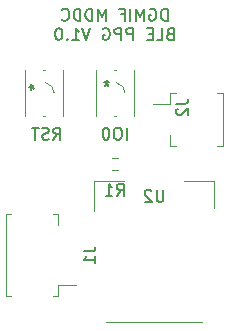
<source format=gbo>
G04 #@! TF.GenerationSoftware,KiCad,Pcbnew,(5.1.10)-1*
G04 #@! TF.CreationDate,2021-06-29T14:50:17+09:00*
G04 #@! TF.ProjectId,ble_spo2_dgmif,626c655f-7370-46f3-925f-64676d69662e,rev?*
G04 #@! TF.SameCoordinates,Original*
G04 #@! TF.FileFunction,Legend,Bot*
G04 #@! TF.FilePolarity,Positive*
%FSLAX46Y46*%
G04 Gerber Fmt 4.6, Leading zero omitted, Abs format (unit mm)*
G04 Created by KiCad (PCBNEW (5.1.10)-1) date 2021-06-29 14:50:17*
%MOMM*%
%LPD*%
G01*
G04 APERTURE LIST*
%ADD10C,0.150000*%
%ADD11C,0.120000*%
G04 APERTURE END LIST*
D10*
X111000000Y-133952380D02*
X111000000Y-132952380D01*
X110333333Y-132952380D02*
X110142857Y-132952380D01*
X110047619Y-133000000D01*
X109952380Y-133095238D01*
X109904761Y-133285714D01*
X109904761Y-133619047D01*
X109952380Y-133809523D01*
X110047619Y-133904761D01*
X110142857Y-133952380D01*
X110333333Y-133952380D01*
X110428571Y-133904761D01*
X110523809Y-133809523D01*
X110571428Y-133619047D01*
X110571428Y-133285714D01*
X110523809Y-133095238D01*
X110428571Y-133000000D01*
X110333333Y-132952380D01*
X109285714Y-132952380D02*
X109190476Y-132952380D01*
X109095238Y-133000000D01*
X109047619Y-133047619D01*
X109000000Y-133142857D01*
X108952380Y-133333333D01*
X108952380Y-133571428D01*
X109000000Y-133761904D01*
X109047619Y-133857142D01*
X109095238Y-133904761D01*
X109190476Y-133952380D01*
X109285714Y-133952380D01*
X109380952Y-133904761D01*
X109428571Y-133857142D01*
X109476190Y-133761904D01*
X109523809Y-133571428D01*
X109523809Y-133333333D01*
X109476190Y-133142857D01*
X109428571Y-133047619D01*
X109380952Y-133000000D01*
X109285714Y-132952380D01*
X104797619Y-133952380D02*
X105130952Y-133476190D01*
X105369047Y-133952380D02*
X105369047Y-132952380D01*
X104988095Y-132952380D01*
X104892857Y-133000000D01*
X104845238Y-133047619D01*
X104797619Y-133142857D01*
X104797619Y-133285714D01*
X104845238Y-133380952D01*
X104892857Y-133428571D01*
X104988095Y-133476190D01*
X105369047Y-133476190D01*
X104416666Y-133904761D02*
X104273809Y-133952380D01*
X104035714Y-133952380D01*
X103940476Y-133904761D01*
X103892857Y-133857142D01*
X103845238Y-133761904D01*
X103845238Y-133666666D01*
X103892857Y-133571428D01*
X103940476Y-133523809D01*
X104035714Y-133476190D01*
X104226190Y-133428571D01*
X104321428Y-133380952D01*
X104369047Y-133333333D01*
X104416666Y-133238095D01*
X104416666Y-133142857D01*
X104369047Y-133047619D01*
X104321428Y-133000000D01*
X104226190Y-132952380D01*
X103988095Y-132952380D01*
X103845238Y-133000000D01*
X103559523Y-132952380D02*
X102988095Y-132952380D01*
X103273809Y-133952380D02*
X103273809Y-132952380D01*
X114452380Y-123877380D02*
X114452380Y-122877380D01*
X114214285Y-122877380D01*
X114071428Y-122925000D01*
X113976190Y-123020238D01*
X113928571Y-123115476D01*
X113880952Y-123305952D01*
X113880952Y-123448809D01*
X113928571Y-123639285D01*
X113976190Y-123734523D01*
X114071428Y-123829761D01*
X114214285Y-123877380D01*
X114452380Y-123877380D01*
X112928571Y-122925000D02*
X113023809Y-122877380D01*
X113166666Y-122877380D01*
X113309523Y-122925000D01*
X113404761Y-123020238D01*
X113452380Y-123115476D01*
X113500000Y-123305952D01*
X113500000Y-123448809D01*
X113452380Y-123639285D01*
X113404761Y-123734523D01*
X113309523Y-123829761D01*
X113166666Y-123877380D01*
X113071428Y-123877380D01*
X112928571Y-123829761D01*
X112880952Y-123782142D01*
X112880952Y-123448809D01*
X113071428Y-123448809D01*
X112452380Y-123877380D02*
X112452380Y-122877380D01*
X112119047Y-123591666D01*
X111785714Y-122877380D01*
X111785714Y-123877380D01*
X111309523Y-123877380D02*
X111309523Y-122877380D01*
X110500000Y-123353571D02*
X110833333Y-123353571D01*
X110833333Y-123877380D02*
X110833333Y-122877380D01*
X110357142Y-122877380D01*
X109214285Y-123877380D02*
X109214285Y-122877380D01*
X108880952Y-123591666D01*
X108547619Y-122877380D01*
X108547619Y-123877380D01*
X108071428Y-123877380D02*
X108071428Y-122877380D01*
X107833333Y-122877380D01*
X107690476Y-122925000D01*
X107595238Y-123020238D01*
X107547619Y-123115476D01*
X107500000Y-123305952D01*
X107500000Y-123448809D01*
X107547619Y-123639285D01*
X107595238Y-123734523D01*
X107690476Y-123829761D01*
X107833333Y-123877380D01*
X108071428Y-123877380D01*
X107071428Y-123877380D02*
X107071428Y-122877380D01*
X106833333Y-122877380D01*
X106690476Y-122925000D01*
X106595238Y-123020238D01*
X106547619Y-123115476D01*
X106500000Y-123305952D01*
X106500000Y-123448809D01*
X106547619Y-123639285D01*
X106595238Y-123734523D01*
X106690476Y-123829761D01*
X106833333Y-123877380D01*
X107071428Y-123877380D01*
X105500000Y-123782142D02*
X105547619Y-123829761D01*
X105690476Y-123877380D01*
X105785714Y-123877380D01*
X105928571Y-123829761D01*
X106023809Y-123734523D01*
X106071428Y-123639285D01*
X106119047Y-123448809D01*
X106119047Y-123305952D01*
X106071428Y-123115476D01*
X106023809Y-123020238D01*
X105928571Y-122925000D01*
X105785714Y-122877380D01*
X105690476Y-122877380D01*
X105547619Y-122925000D01*
X105500000Y-122972619D01*
X114666666Y-125003571D02*
X114523809Y-125051190D01*
X114476190Y-125098809D01*
X114428571Y-125194047D01*
X114428571Y-125336904D01*
X114476190Y-125432142D01*
X114523809Y-125479761D01*
X114619047Y-125527380D01*
X115000000Y-125527380D01*
X115000000Y-124527380D01*
X114666666Y-124527380D01*
X114571428Y-124575000D01*
X114523809Y-124622619D01*
X114476190Y-124717857D01*
X114476190Y-124813095D01*
X114523809Y-124908333D01*
X114571428Y-124955952D01*
X114666666Y-125003571D01*
X115000000Y-125003571D01*
X113523809Y-125527380D02*
X114000000Y-125527380D01*
X114000000Y-124527380D01*
X113190476Y-125003571D02*
X112857142Y-125003571D01*
X112714285Y-125527380D02*
X113190476Y-125527380D01*
X113190476Y-124527380D01*
X112714285Y-124527380D01*
X111523809Y-125527380D02*
X111523809Y-124527380D01*
X111142857Y-124527380D01*
X111047619Y-124575000D01*
X111000000Y-124622619D01*
X110952380Y-124717857D01*
X110952380Y-124860714D01*
X111000000Y-124955952D01*
X111047619Y-125003571D01*
X111142857Y-125051190D01*
X111523809Y-125051190D01*
X110523809Y-125527380D02*
X110523809Y-124527380D01*
X110142857Y-124527380D01*
X110047619Y-124575000D01*
X110000000Y-124622619D01*
X109952380Y-124717857D01*
X109952380Y-124860714D01*
X110000000Y-124955952D01*
X110047619Y-125003571D01*
X110142857Y-125051190D01*
X110523809Y-125051190D01*
X109000000Y-124575000D02*
X109095238Y-124527380D01*
X109238095Y-124527380D01*
X109380952Y-124575000D01*
X109476190Y-124670238D01*
X109523809Y-124765476D01*
X109571428Y-124955952D01*
X109571428Y-125098809D01*
X109523809Y-125289285D01*
X109476190Y-125384523D01*
X109380952Y-125479761D01*
X109238095Y-125527380D01*
X109142857Y-125527380D01*
X109000000Y-125479761D01*
X108952380Y-125432142D01*
X108952380Y-125098809D01*
X109142857Y-125098809D01*
X107904761Y-124527380D02*
X107571428Y-125527380D01*
X107238095Y-124527380D01*
X106380952Y-125527380D02*
X106952380Y-125527380D01*
X106666666Y-125527380D02*
X106666666Y-124527380D01*
X106761904Y-124670238D01*
X106857142Y-124765476D01*
X106952380Y-124813095D01*
X105952380Y-125432142D02*
X105904761Y-125479761D01*
X105952380Y-125527380D01*
X106000000Y-125479761D01*
X105952380Y-125432142D01*
X105952380Y-125527380D01*
X105285714Y-124527380D02*
X105190476Y-124527380D01*
X105095238Y-124575000D01*
X105047619Y-124622619D01*
X105000000Y-124717857D01*
X104952380Y-124908333D01*
X104952380Y-125146428D01*
X105000000Y-125336904D01*
X105047619Y-125432142D01*
X105095238Y-125479761D01*
X105190476Y-125527380D01*
X105285714Y-125527380D01*
X105380952Y-125479761D01*
X105428571Y-125432142D01*
X105476190Y-125336904D01*
X105523809Y-125146428D01*
X105523809Y-124908333D01*
X105476190Y-124717857D01*
X105428571Y-124622619D01*
X105380952Y-124575000D01*
X105285714Y-124527380D01*
D11*
X104123611Y-129158126D02*
G75*
G02*
X104850900Y-130000000I-123611J-841874D01*
G01*
X104832443Y-129823735D02*
G75*
G02*
X104850900Y-130000000I-832443J-176265D01*
G01*
X104123611Y-129158126D02*
G75*
G02*
X104850900Y-130000000I-123611J-841874D01*
G01*
X103914140Y-128044200D02*
X104085860Y-128044200D01*
X102425200Y-131955800D02*
X102425200Y-128044200D01*
X104085860Y-131955800D02*
X103914140Y-131955800D01*
X105574800Y-128044200D02*
X105574800Y-131955800D01*
X110123611Y-129158126D02*
G75*
G02*
X110850900Y-130000000I-123611J-841874D01*
G01*
X110832443Y-129823735D02*
G75*
G02*
X110850900Y-130000000I-832443J-176265D01*
G01*
X110123611Y-129158126D02*
G75*
G02*
X110850900Y-130000000I-123611J-841874D01*
G01*
X109914140Y-128044200D02*
X110085860Y-128044200D01*
X108425200Y-131955800D02*
X108425200Y-128044200D01*
X110085860Y-131955800D02*
X109914140Y-131955800D01*
X111574800Y-128044200D02*
X111574800Y-131955800D01*
X109762742Y-135477500D02*
X110237258Y-135477500D01*
X109762742Y-136522500D02*
X110237258Y-136522500D01*
X109266000Y-149438000D02*
X117394000Y-149438000D01*
X108250000Y-140040000D02*
X108250000Y-137500000D01*
X108250000Y-137500000D02*
X110790000Y-137500000D01*
X115870000Y-137500000D02*
X118410000Y-137500000D01*
X118410000Y-137500000D02*
X118410000Y-139786000D01*
X115140000Y-130015000D02*
X114690000Y-130015000D01*
X114690000Y-130015000D02*
X114690000Y-130965000D01*
X114690000Y-130965000D02*
X113200000Y-130965000D01*
X115140000Y-134485000D02*
X114690000Y-134485000D01*
X114690000Y-134485000D02*
X114690000Y-133535000D01*
X118660000Y-130015000D02*
X119110000Y-130015000D01*
X119110000Y-130015000D02*
X119110000Y-134485000D01*
X119110000Y-134485000D02*
X118660000Y-134485000D01*
X104760000Y-147235000D02*
X105210000Y-147235000D01*
X105210000Y-147235000D02*
X105210000Y-146285000D01*
X105210000Y-146285000D02*
X106700000Y-146285000D01*
X104760000Y-140265000D02*
X105210000Y-140265000D01*
X105210000Y-140265000D02*
X105210000Y-141215000D01*
X101240000Y-147235000D02*
X100790000Y-147235000D01*
X100790000Y-147235000D02*
X100790000Y-140265000D01*
X100790000Y-140265000D02*
X101240000Y-140265000D01*
D10*
X102752380Y-129500000D02*
X102990476Y-129500000D01*
X102895238Y-129261904D02*
X102990476Y-129500000D01*
X102895238Y-129738095D01*
X103180952Y-129357142D02*
X102990476Y-129500000D01*
X103180952Y-129642857D01*
X109300000Y-128952380D02*
X109300000Y-129190476D01*
X109538095Y-129095238D02*
X109300000Y-129190476D01*
X109061904Y-129095238D01*
X109442857Y-129380952D02*
X109300000Y-129190476D01*
X109157142Y-129380952D01*
X110166666Y-138702380D02*
X110500000Y-138226190D01*
X110738095Y-138702380D02*
X110738095Y-137702380D01*
X110357142Y-137702380D01*
X110261904Y-137750000D01*
X110214285Y-137797619D01*
X110166666Y-137892857D01*
X110166666Y-138035714D01*
X110214285Y-138130952D01*
X110261904Y-138178571D01*
X110357142Y-138226190D01*
X110738095Y-138226190D01*
X109214285Y-138702380D02*
X109785714Y-138702380D01*
X109500000Y-138702380D02*
X109500000Y-137702380D01*
X109595238Y-137845238D01*
X109690476Y-137940476D01*
X109785714Y-137988095D01*
X114091904Y-138222380D02*
X114091904Y-139031904D01*
X114044285Y-139127142D01*
X113996666Y-139174761D01*
X113901428Y-139222380D01*
X113710952Y-139222380D01*
X113615714Y-139174761D01*
X113568095Y-139127142D01*
X113520476Y-139031904D01*
X113520476Y-138222380D01*
X113091904Y-138317619D02*
X113044285Y-138270000D01*
X112949047Y-138222380D01*
X112710952Y-138222380D01*
X112615714Y-138270000D01*
X112568095Y-138317619D01*
X112520476Y-138412857D01*
X112520476Y-138508095D01*
X112568095Y-138650952D01*
X113139523Y-139222380D01*
X112520476Y-139222380D01*
X115202380Y-130916666D02*
X115916666Y-130916666D01*
X116059523Y-130869047D01*
X116154761Y-130773809D01*
X116202380Y-130630952D01*
X116202380Y-130535714D01*
X115297619Y-131345238D02*
X115250000Y-131392857D01*
X115202380Y-131488095D01*
X115202380Y-131726190D01*
X115250000Y-131821428D01*
X115297619Y-131869047D01*
X115392857Y-131916666D01*
X115488095Y-131916666D01*
X115630952Y-131869047D01*
X116202380Y-131297619D01*
X116202380Y-131916666D01*
X107352380Y-143416666D02*
X108066666Y-143416666D01*
X108209523Y-143369047D01*
X108304761Y-143273809D01*
X108352380Y-143130952D01*
X108352380Y-143035714D01*
X108352380Y-144416666D02*
X108352380Y-143845238D01*
X108352380Y-144130952D02*
X107352380Y-144130952D01*
X107495238Y-144035714D01*
X107590476Y-143940476D01*
X107638095Y-143845238D01*
M02*

</source>
